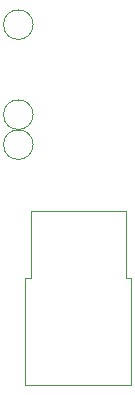
<source format=gbr>
%TF.GenerationSoftware,KiCad,Pcbnew,5.1.7+dfsg1-1~bpo10+1*%
%TF.CreationDate,Date%
%TF.ProjectId,ProMicro_POS,50726f4d-6963-4726-9f5f-504f532e6b69,v3.3*%
%TF.SameCoordinates,Original*%
%TF.FileFunction,Other,User*%
%FSLAX46Y46*%
G04 Gerber Fmt 4.6, Leading zero omitted, Abs format (unit mm)*
G04 Created by KiCad*
%MOMM*%
%LPD*%
G01*
G04 APERTURE LIST*
%ADD10C,0.050000*%
G04 APERTURE END LIST*
D10*
%TO.C,TP2*%
X-11450000Y8890000D02*
G75*
G03*
X-11450000Y8890000I-1250000J0D01*
G01*
%TO.C,TP1*%
X-11450000Y11430000D02*
G75*
G03*
X-11450000Y11430000I-1250000J0D01*
G01*
%TO.C,TP3*%
X-11450000Y19050000D02*
G75*
G03*
X-11450000Y19050000I-1250000J0D01*
G01*
%TO.C,J2*%
X-3620000Y-2365000D02*
X-3620000Y3235000D01*
X-3120000Y-11485000D02*
X-12120000Y-11485000D01*
X-11620000Y-2365000D02*
X-11620000Y3235000D01*
X-11620000Y3235000D02*
X-3620000Y3235000D01*
X-3120000Y-11485000D02*
X-3120000Y-2365000D01*
X-3120000Y-2365000D02*
X-3620000Y-2365000D01*
X-12120000Y-11485000D02*
X-12120000Y-2365000D01*
X-12120000Y-2365000D02*
X-11620000Y-2365000D01*
%TD*%
M02*

</source>
